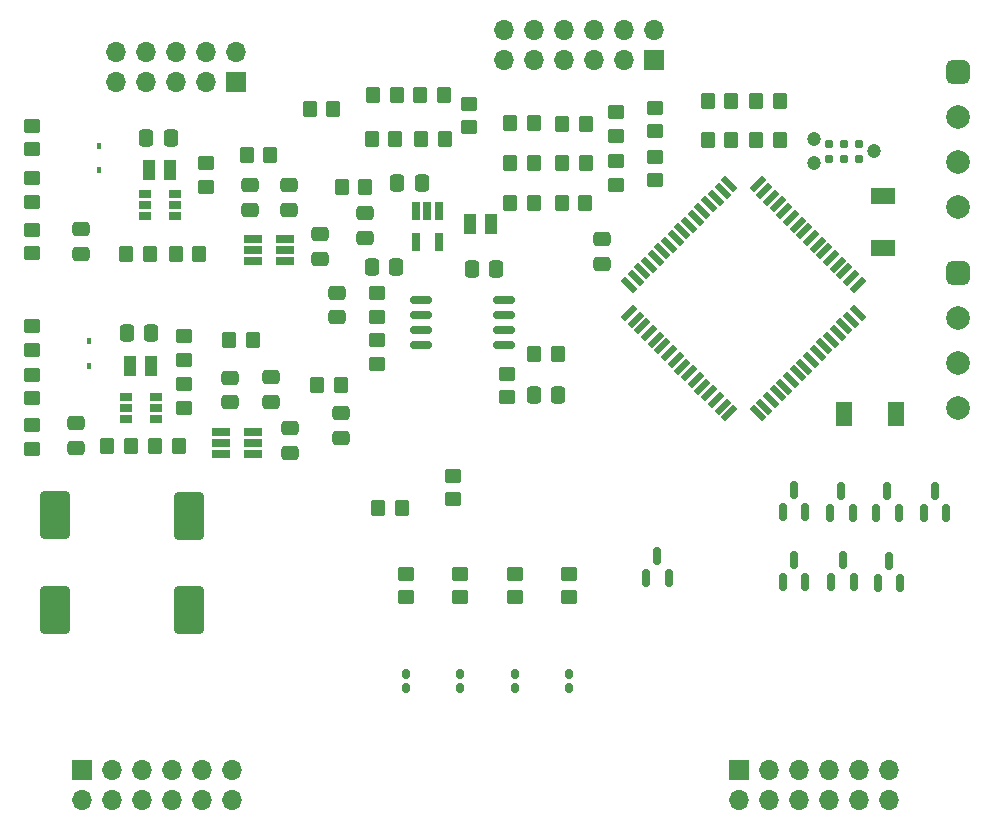
<source format=gbr>
%TF.GenerationSoftware,KiCad,Pcbnew,(6.0.10)*%
%TF.CreationDate,2023-01-06T10:16:34+00:00*%
%TF.ProjectId,test_board_boost,74657374-5f62-46f6-9172-645f626f6f73,rev?*%
%TF.SameCoordinates,Original*%
%TF.FileFunction,Soldermask,Top*%
%TF.FilePolarity,Negative*%
%FSLAX46Y46*%
G04 Gerber Fmt 4.6, Leading zero omitted, Abs format (unit mm)*
G04 Created by KiCad (PCBNEW (6.0.10)) date 2023-01-06 10:16:34*
%MOMM*%
%LPD*%
G01*
G04 APERTURE LIST*
G04 Aperture macros list*
%AMRoundRect*
0 Rectangle with rounded corners*
0 $1 Rounding radius*
0 $2 $3 $4 $5 $6 $7 $8 $9 X,Y pos of 4 corners*
0 Add a 4 corners polygon primitive as box body*
4,1,4,$2,$3,$4,$5,$6,$7,$8,$9,$2,$3,0*
0 Add four circle primitives for the rounded corners*
1,1,$1+$1,$2,$3*
1,1,$1+$1,$4,$5*
1,1,$1+$1,$6,$7*
1,1,$1+$1,$8,$9*
0 Add four rect primitives between the rounded corners*
20,1,$1+$1,$2,$3,$4,$5,0*
20,1,$1+$1,$4,$5,$6,$7,0*
20,1,$1+$1,$6,$7,$8,$9,0*
20,1,$1+$1,$8,$9,$2,$3,0*%
%AMRotRect*
0 Rectangle, with rotation*
0 The origin of the aperture is its center*
0 $1 length*
0 $2 width*
0 $3 Rotation angle, in degrees counterclockwise*
0 Add horizontal line*
21,1,$1,$2,0,0,$3*%
G04 Aperture macros list end*
%ADD10C,2.000000*%
%ADD11RoundRect,0.500000X-0.500000X0.500000X-0.500000X-0.500000X0.500000X-0.500000X0.500000X0.500000X0*%
%ADD12RoundRect,0.250000X-0.350000X-0.450000X0.350000X-0.450000X0.350000X0.450000X-0.350000X0.450000X0*%
%ADD13RoundRect,0.250000X0.450000X-0.350000X0.450000X0.350000X-0.450000X0.350000X-0.450000X-0.350000X0*%
%ADD14RoundRect,0.250000X-0.450000X0.350000X-0.450000X-0.350000X0.450000X-0.350000X0.450000X0.350000X0*%
%ADD15RoundRect,0.250000X0.337500X0.475000X-0.337500X0.475000X-0.337500X-0.475000X0.337500X-0.475000X0*%
%ADD16RoundRect,0.150000X0.150000X-0.587500X0.150000X0.587500X-0.150000X0.587500X-0.150000X-0.587500X0*%
%ADD17RoundRect,0.160000X0.160000X-0.222500X0.160000X0.222500X-0.160000X0.222500X-0.160000X-0.222500X0*%
%ADD18R,1.560000X0.650000*%
%ADD19RoundRect,0.250000X-0.337500X-0.475000X0.337500X-0.475000X0.337500X0.475000X-0.337500X0.475000X0*%
%ADD20RoundRect,0.250000X-0.475000X0.337500X-0.475000X-0.337500X0.475000X-0.337500X0.475000X0.337500X0*%
%ADD21RoundRect,0.250000X-1.000000X1.750000X-1.000000X-1.750000X1.000000X-1.750000X1.000000X1.750000X0*%
%ADD22R,0.450000X0.600000*%
%ADD23R,2.100000X1.400000*%
%ADD24R,1.020000X1.780000*%
%ADD25R,1.400000X2.100000*%
%ADD26RoundRect,0.250000X0.475000X-0.337500X0.475000X0.337500X-0.475000X0.337500X-0.475000X-0.337500X0*%
%ADD27R,0.650000X1.560000*%
%ADD28R,0.990000X0.690000*%
%ADD29RoundRect,0.150000X-0.800000X-0.150000X0.800000X-0.150000X0.800000X0.150000X-0.800000X0.150000X0*%
%ADD30C,0.787000*%
%ADD31C,1.200000*%
%ADD32RotRect,1.500000X0.550000X45.000000*%
%ADD33RotRect,1.500000X0.550000X315.000000*%
%ADD34RoundRect,0.250000X0.350000X0.450000X-0.350000X0.450000X-0.350000X-0.450000X0.350000X-0.450000X0*%
%ADD35O,1.700000X1.700000*%
%ADD36R,1.700000X1.700000*%
G04 APERTURE END LIST*
D10*
%TO.C,J14*%
X170595000Y-93570000D03*
X170595000Y-89760000D03*
X170595000Y-85950000D03*
D11*
X170595000Y-82140000D03*
%TD*%
D12*
%TO.C,R34*%
X151405000Y-70910000D03*
X149405000Y-70910000D03*
%TD*%
D13*
%TO.C,R22*%
X121435000Y-83850000D03*
X121435000Y-85850000D03*
%TD*%
D14*
%TO.C,R39*%
X141665000Y-74710000D03*
X141665000Y-72710000D03*
%TD*%
D15*
%TO.C,C2*%
X101887500Y-70700000D03*
X103962500Y-70700000D03*
%TD*%
D12*
%TO.C,R9*%
X100555000Y-96822500D03*
X98555000Y-96822500D03*
%TD*%
D16*
%TO.C,D10*%
X165575000Y-102457500D03*
X163675000Y-102457500D03*
X164625000Y-100582500D03*
%TD*%
D14*
%TO.C,R11*%
X92215000Y-76110000D03*
X92215000Y-74110000D03*
%TD*%
D13*
%TO.C,R21*%
X132385000Y-90680000D03*
X132385000Y-92680000D03*
%TD*%
D12*
%TO.C,R44*%
X134665000Y-76230000D03*
X132665000Y-76230000D03*
%TD*%
%TO.C,R40*%
X134685000Y-69480000D03*
X132685000Y-69480000D03*
%TD*%
D14*
%TO.C,R7*%
X92195000Y-92767500D03*
X92195000Y-90767500D03*
%TD*%
D17*
%TO.C,D4*%
X133058333Y-116137500D03*
X133058333Y-117282500D03*
%TD*%
D16*
%TO.C,D13*%
X157675000Y-108357500D03*
X155775000Y-108357500D03*
X156725000Y-106482500D03*
%TD*%
%TO.C,D11*%
X161775000Y-108357500D03*
X159875000Y-108357500D03*
X160825000Y-106482500D03*
%TD*%
D12*
%TO.C,R14*%
X112375000Y-72180000D03*
X110375000Y-72180000D03*
%TD*%
D16*
%TO.C,D14*%
X157645000Y-102437500D03*
X155745000Y-102437500D03*
X156695000Y-100562500D03*
%TD*%
%TO.C,D9*%
X169625000Y-102457500D03*
X167725000Y-102457500D03*
X168675000Y-100582500D03*
%TD*%
D10*
%TO.C,J15*%
X170565000Y-76610000D03*
X170565000Y-72800000D03*
X170565000Y-68990000D03*
D11*
X170565000Y-65180000D03*
%TD*%
D18*
%TO.C,U5*%
X110905000Y-95622500D03*
X110905000Y-96572500D03*
X110905000Y-97522500D03*
X108205000Y-97522500D03*
X108205000Y-96572500D03*
X108205000Y-95622500D03*
%TD*%
D14*
%TO.C,R36*%
X144965000Y-70170000D03*
X144965000Y-68170000D03*
%TD*%
%TO.C,R52*%
X133125000Y-109620000D03*
X133125000Y-107620000D03*
%TD*%
D16*
%TO.C,D8*%
X165725000Y-108387500D03*
X163825000Y-108387500D03*
X164775000Y-106512500D03*
%TD*%
D19*
%TO.C,C17*%
X136762500Y-92500000D03*
X134687500Y-92500000D03*
%TD*%
D20*
%TO.C,C6*%
X108955000Y-93120000D03*
X108955000Y-91045000D03*
%TD*%
D21*
%TO.C,C13*%
X94175000Y-110670000D03*
X94175000Y-102670000D03*
%TD*%
D22*
%TO.C,D1*%
X96985000Y-90042500D03*
X96985000Y-87942500D03*
%TD*%
D20*
%TO.C,C3*%
X95915000Y-96970000D03*
X95915000Y-94895000D03*
%TD*%
D13*
%TO.C,R20*%
X121425000Y-87830000D03*
X121425000Y-89830000D03*
%TD*%
D15*
%TO.C,C1*%
X100207500Y-87232500D03*
X102282500Y-87232500D03*
%TD*%
D12*
%TO.C,R50*%
X122965000Y-70840000D03*
X120965000Y-70840000D03*
%TD*%
%TO.C,R43*%
X139065000Y-72880000D03*
X137065000Y-72880000D03*
%TD*%
D14*
%TO.C,R54*%
X123875000Y-109620000D03*
X123875000Y-107620000D03*
%TD*%
D23*
%TO.C,D17*%
X164225000Y-80070000D03*
X164225000Y-75670000D03*
%TD*%
D24*
%TO.C,L2*%
X102145000Y-73440000D03*
X103925000Y-73440000D03*
%TD*%
D14*
%TO.C,R37*%
X144965000Y-74320000D03*
X144965000Y-72320000D03*
%TD*%
D25*
%TO.C,D15*%
X165325000Y-94070000D03*
X160925000Y-94070000D03*
%TD*%
D20*
%TO.C,C7*%
X110635000Y-76817500D03*
X110635000Y-74742500D03*
%TD*%
D12*
%TO.C,R23*%
X136745000Y-89000000D03*
X134745000Y-89000000D03*
%TD*%
D20*
%TO.C,C10*%
X116605000Y-80957500D03*
X116605000Y-78882500D03*
%TD*%
D13*
%TO.C,R17*%
X127810000Y-99330000D03*
X127810000Y-101330000D03*
%TD*%
D26*
%TO.C,C14*%
X120435000Y-77112500D03*
X120435000Y-79187500D03*
%TD*%
D12*
%TO.C,R15*%
X110875000Y-87852500D03*
X108875000Y-87852500D03*
%TD*%
%TO.C,R16*%
X123525000Y-102070000D03*
X121525000Y-102070000D03*
%TD*%
D16*
%TO.C,D12*%
X161675000Y-102457500D03*
X159775000Y-102457500D03*
X160725000Y-100582500D03*
%TD*%
D12*
%TO.C,R19*%
X118345000Y-91652500D03*
X116345000Y-91652500D03*
%TD*%
D22*
%TO.C,D2*%
X97905000Y-73470000D03*
X97905000Y-71370000D03*
%TD*%
D12*
%TO.C,R32*%
X151405000Y-67600000D03*
X149405000Y-67600000D03*
%TD*%
%TO.C,R35*%
X155515000Y-70920000D03*
X153515000Y-70920000D03*
%TD*%
%TO.C,R51*%
X127165000Y-70840000D03*
X125165000Y-70840000D03*
%TD*%
D16*
%TO.C,D3*%
X146095000Y-107987500D03*
X144195000Y-107987500D03*
X145145000Y-106112500D03*
%TD*%
D20*
%TO.C,C11*%
X114075000Y-97390000D03*
X114075000Y-95315000D03*
%TD*%
D27*
%TO.C,U6*%
X126625000Y-79570000D03*
X124725000Y-79570000D03*
X124725000Y-76870000D03*
X125675000Y-76870000D03*
X126625000Y-76870000D03*
%TD*%
D28*
%TO.C,U2*%
X104330000Y-75430000D03*
X104330000Y-76380000D03*
X104330000Y-77330000D03*
X101740000Y-77330000D03*
X101740000Y-76380000D03*
X101740000Y-75430000D03*
%TD*%
D15*
%TO.C,C5*%
X129447500Y-81780000D03*
X131522500Y-81780000D03*
%TD*%
D29*
%TO.C,U3*%
X132165000Y-84405000D03*
X132165000Y-85675000D03*
X132165000Y-86945000D03*
X132165000Y-88215000D03*
X125165000Y-88215000D03*
X125165000Y-86945000D03*
X125165000Y-85675000D03*
X125165000Y-84405000D03*
%TD*%
D14*
%TO.C,R6*%
X92195000Y-88637500D03*
X92195000Y-86637500D03*
%TD*%
D12*
%TO.C,R47*%
X127065000Y-67080000D03*
X125065000Y-67080000D03*
%TD*%
D17*
%TO.C,D16*%
X123891667Y-116137500D03*
X123891667Y-117282500D03*
%TD*%
D18*
%TO.C,U4*%
X113605000Y-79240000D03*
X113605000Y-80190000D03*
X113605000Y-81140000D03*
X110905000Y-81140000D03*
X110905000Y-80190000D03*
X110905000Y-79240000D03*
%TD*%
D12*
%TO.C,R46*%
X117715000Y-68270000D03*
X115715000Y-68270000D03*
%TD*%
D30*
%TO.C,J13*%
X159680000Y-72495000D03*
X159680000Y-71225000D03*
X160950000Y-72495000D03*
X160950000Y-71225000D03*
X162220000Y-72495000D03*
X162220000Y-71225000D03*
D31*
X158410000Y-70844000D03*
X158410000Y-72876000D03*
X163490000Y-71860000D03*
%TD*%
D14*
%TO.C,R1*%
X105055000Y-89532500D03*
X105055000Y-87532500D03*
%TD*%
D17*
%TO.C,D5*%
X137641667Y-116137500D03*
X137641667Y-117282500D03*
%TD*%
D20*
%TO.C,C9*%
X112455000Y-93080000D03*
X112455000Y-91005000D03*
%TD*%
D12*
%TO.C,R13*%
X102165000Y-80530000D03*
X100165000Y-80530000D03*
%TD*%
D20*
%TO.C,C4*%
X96325000Y-80527500D03*
X96325000Y-78452500D03*
%TD*%
D15*
%TO.C,C19*%
X120950000Y-81660000D03*
X123025000Y-81660000D03*
%TD*%
D14*
%TO.C,R10*%
X92205000Y-71680000D03*
X92205000Y-69680000D03*
%TD*%
%TO.C,R8*%
X92195000Y-97037500D03*
X92195000Y-95037500D03*
%TD*%
D26*
%TO.C,C15*%
X118355000Y-94035000D03*
X118355000Y-96110000D03*
%TD*%
D32*
%TO.C,U7*%
X153637082Y-74662637D03*
X154202767Y-75228323D03*
X154768452Y-75794008D03*
X155334138Y-76359693D03*
X155899823Y-76925379D03*
X156465509Y-77491064D03*
X157031194Y-78056750D03*
X157596880Y-78622435D03*
X158162565Y-79188120D03*
X158728250Y-79753806D03*
X159293936Y-80319491D03*
X159859621Y-80885177D03*
X160425307Y-81450862D03*
X160990992Y-82016548D03*
X161556677Y-82582233D03*
X162122363Y-83147918D03*
D33*
X162122363Y-85552082D03*
X161556677Y-86117767D03*
X160990992Y-86683452D03*
X160425307Y-87249138D03*
X159859621Y-87814823D03*
X159293936Y-88380509D03*
X158728250Y-88946194D03*
X158162565Y-89511880D03*
X157596880Y-90077565D03*
X157031194Y-90643250D03*
X156465509Y-91208936D03*
X155899823Y-91774621D03*
X155334138Y-92340307D03*
X154768452Y-92905992D03*
X154202767Y-93471677D03*
X153637082Y-94037363D03*
D32*
X151232918Y-94037363D03*
X150667233Y-93471677D03*
X150101548Y-92905992D03*
X149535862Y-92340307D03*
X148970177Y-91774621D03*
X148404491Y-91208936D03*
X147838806Y-90643250D03*
X147273120Y-90077565D03*
X146707435Y-89511880D03*
X146141750Y-88946194D03*
X145576064Y-88380509D03*
X145010379Y-87814823D03*
X144444693Y-87249138D03*
X143879008Y-86683452D03*
X143313323Y-86117767D03*
X142747637Y-85552082D03*
D33*
X142747637Y-83147918D03*
X143313323Y-82582233D03*
X143879008Y-82016548D03*
X144444693Y-81450862D03*
X145010379Y-80885177D03*
X145576064Y-80319491D03*
X146141750Y-79753806D03*
X146707435Y-79188120D03*
X147273120Y-78622435D03*
X147838806Y-78056750D03*
X148404491Y-77491064D03*
X148970177Y-76925379D03*
X149535862Y-76359693D03*
X150101548Y-75794008D03*
X150667233Y-75228323D03*
X151232918Y-74662637D03*
%TD*%
D34*
%TO.C,R3*%
X102625000Y-96770000D03*
X104625000Y-96770000D03*
%TD*%
D12*
%TO.C,R18*%
X120435000Y-74850000D03*
X118435000Y-74850000D03*
%TD*%
%TO.C,R41*%
X139085000Y-69520000D03*
X137085000Y-69520000D03*
%TD*%
D24*
%TO.C,L1*%
X100495000Y-90042500D03*
X102275000Y-90042500D03*
%TD*%
D17*
%TO.C,D18*%
X128475000Y-116137500D03*
X128475000Y-117282500D03*
%TD*%
D12*
%TO.C,R42*%
X134665000Y-72870000D03*
X132665000Y-72870000D03*
%TD*%
%TO.C,R45*%
X139055000Y-76230000D03*
X137055000Y-76230000D03*
%TD*%
D28*
%TO.C,U1*%
X102710000Y-92632500D03*
X102710000Y-93582500D03*
X102710000Y-94532500D03*
X100120000Y-94532500D03*
X100120000Y-93582500D03*
X100120000Y-92632500D03*
%TD*%
D20*
%TO.C,C8*%
X113955000Y-76787500D03*
X113955000Y-74712500D03*
%TD*%
D12*
%TO.C,R33*%
X155535000Y-67580000D03*
X153535000Y-67580000D03*
%TD*%
D14*
%TO.C,R2*%
X105065000Y-93572500D03*
X105065000Y-91572500D03*
%TD*%
%TO.C,R55*%
X128475000Y-109620000D03*
X128475000Y-107620000D03*
%TD*%
D26*
%TO.C,C16*%
X118035000Y-83812500D03*
X118035000Y-85887500D03*
%TD*%
D34*
%TO.C,R5*%
X104365000Y-80530000D03*
X106365000Y-80530000D03*
%TD*%
D24*
%TO.C,L3*%
X131075000Y-78020000D03*
X129295000Y-78020000D03*
%TD*%
D19*
%TO.C,C18*%
X125192500Y-74500000D03*
X123117500Y-74500000D03*
%TD*%
D14*
%TO.C,R53*%
X137675000Y-109620000D03*
X137675000Y-107620000D03*
%TD*%
%TO.C,R12*%
X92235000Y-80500000D03*
X92235000Y-78500000D03*
%TD*%
%TO.C,R38*%
X141665000Y-70560000D03*
X141665000Y-68560000D03*
%TD*%
%TO.C,R48*%
X129195000Y-69840000D03*
X129195000Y-67840000D03*
%TD*%
D21*
%TO.C,C12*%
X105475000Y-110720000D03*
X105475000Y-102720000D03*
%TD*%
D26*
%TO.C,C21*%
X140485000Y-79292500D03*
X140485000Y-81367500D03*
%TD*%
D34*
%TO.C,R49*%
X121095000Y-67070000D03*
X123095000Y-67070000D03*
%TD*%
D14*
%TO.C,R4*%
X106965000Y-74870000D03*
X106965000Y-72870000D03*
%TD*%
D35*
%TO.C,J11*%
X99320000Y-63415000D03*
X99320000Y-65955000D03*
X101860000Y-63415000D03*
X101860000Y-65955000D03*
X104400000Y-63415000D03*
X104400000Y-65955000D03*
X106940000Y-63415000D03*
X106940000Y-65955000D03*
X109480000Y-63415000D03*
D36*
X109480000Y-65955000D03*
%TD*%
D35*
%TO.C,J10*%
X109165000Y-126795802D03*
X109165000Y-124255802D03*
X106625000Y-126795802D03*
X106625000Y-124255802D03*
X104085000Y-126795802D03*
X104085000Y-124255802D03*
X101545000Y-126795802D03*
X101545000Y-124255802D03*
X99005000Y-126795802D03*
X99005000Y-124255802D03*
X96465000Y-126795802D03*
D36*
X96465000Y-124255802D03*
%TD*%
D35*
%TO.C,J9*%
X164740155Y-126795802D03*
X164740155Y-124255802D03*
X162200155Y-126795802D03*
X162200155Y-124255802D03*
X159660155Y-126795802D03*
X159660155Y-124255802D03*
X157120155Y-126795802D03*
X157120155Y-124255802D03*
X154580155Y-126795802D03*
X154580155Y-124255802D03*
X152040155Y-126795802D03*
D36*
X152040155Y-124255802D03*
%TD*%
D35*
%TO.C,J12*%
X132175000Y-61565000D03*
X132175000Y-64105000D03*
X134715000Y-61565000D03*
X134715000Y-64105000D03*
X137255000Y-61565000D03*
X137255000Y-64105000D03*
X139795000Y-61565000D03*
X139795000Y-64105000D03*
X142335000Y-61565000D03*
X142335000Y-64105000D03*
X144875000Y-61565000D03*
D36*
X144875000Y-64105000D03*
%TD*%
M02*

</source>
